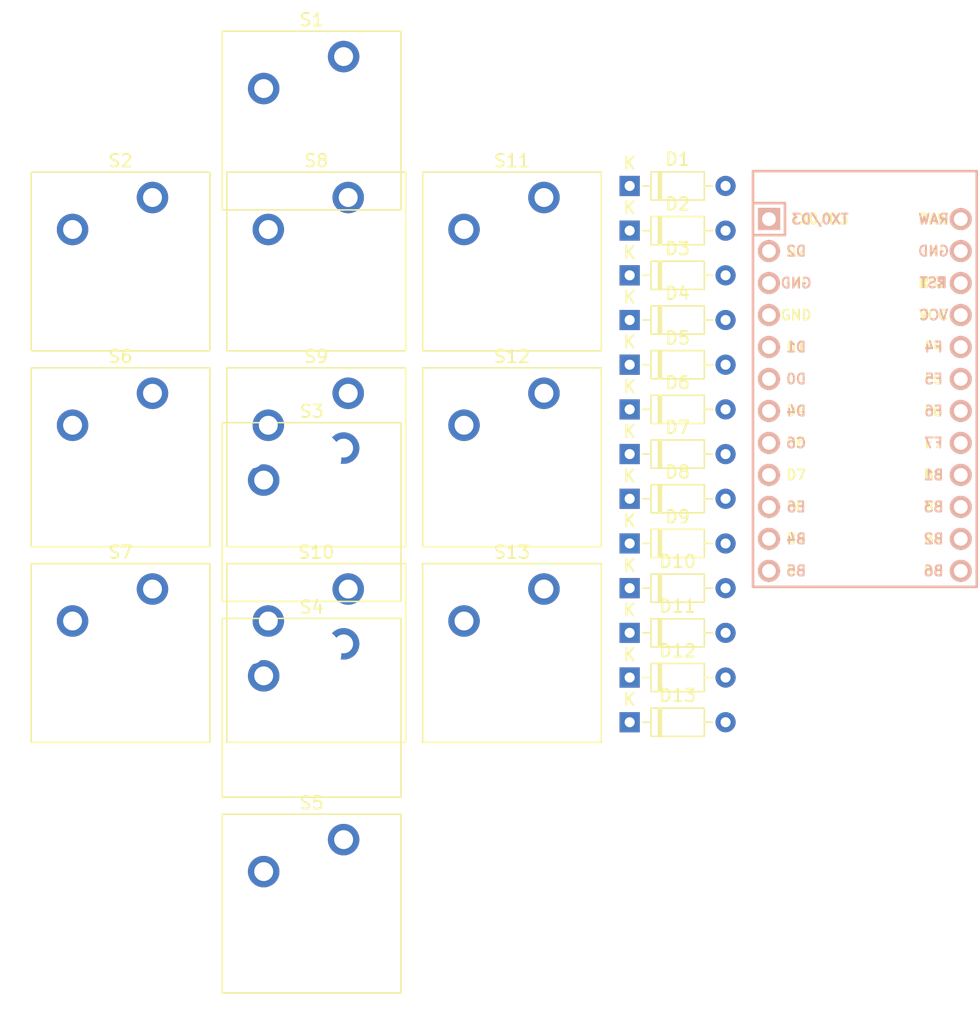
<source format=kicad_pcb>
(kicad_pcb (version 20240108) (generator "pcbnew") (generator_version "8.0")
  (layers (0 "F.Cu" signal) (31 "B.Cu" signal) (34 "B.Paste" user) (35 "F.Paste" user) (36 "B.SilkS" user "B.Silkscreen") (37 "F.SilkS" user "F.Silkscreen") (38 "B.Mask" user) (39 "F.Mask" user) (44 "Edge.Cuts" user))
  (net 0 "")
  (net 1 "Row 0")
  (net 2 "Net-(D1-A)")
  (net 3 "Row 1")
  (net 4 "Net-(D2-A)")
  (net 5 "Net-(D3-A)")
  (net 6 "Net-(D4-A)")
  (net 7 "Net-(D5-A)")
  (net 8 "Row 2")
  (net 9 "Net-(D6-A)")
  (net 10 "Net-(D7-A)")
  (net 11 "Net-(D8-A)")
  (net 12 "Net-(D9-A)")
  (net 13 "Net-(D10-A)")
  (net 14 "Row 3")
  (net 15 "Net-(D11-A)")
  (net 16 "Net-(D12-A)")
  (net 17 "Net-(D13-A)")
  (net 18 "Column 0")
  (net 19 "Column 1")
  (net 20 "Column 2")
  (net 21 "Column 3")
  (footprint "ScottoKeebs_MX:MX_PCB_1.00u" (layer "F.Cu") (at 46.345 56.475)
    (property "Reference" "S12" (at 0 -8 0) (layer "F.SilkS"))
    (property "Value" "Keyswitch")
    (fp_line (start -7.1 -7.1) (end -7.1 7.1) (stroke (width 0.12)) (layer "F.SilkS"))
    (fp_line (start -7.1 7.1) (end 7.1 7.1) (stroke (width 0.12)) (layer "F.SilkS"))
    (fp_line (start 7.1 -7.1) (end -7.1 -7.1) (stroke (width 0.12)) (layer "F.SilkS"))
    (fp_line (start 7.1 7.1) (end 7.1 -7.1) (stroke (width 0.12)) (layer "F.SilkS"))
    (pad "" np_thru_hole circle (at -5.08 0) (size 1.75 1.75) (drill 1.75) (layers "*.Cu" "*.Mask"))
    (pad "" np_thru_hole circle (at 0 0) (size 4 4) (drill 4) (layers "*.Cu" "*.Mask"))
    (pad "" np_thru_hole circle (at 5.08 0) (size 1.75 1.75) (drill 1.75) (layers "*.Cu" "*.Mask"))
    (pad "1" thru_hole circle (at -3.81 -2.54) (size 2.5 2.5) (drill 1.5) (layers "*.Cu" "*.Mask") (net 20 "Column 2"))
    (pad "2" thru_hole circle (at 2.54 -5.08) (size 2.5 2.5) (drill 1.5) (layers "*.Cu" "*.Mask") (net 16 "Net-(D12-A)"))
  )
  (footprint "ScottoKeebs_Components:Diode_DO-35" (layer "F.Cu") (at 55.695 49.125)
    (property "Reference" "D5" (at 3.81 -2.12 0) (layer "F.SilkS"))
    (property "Value" "Diode")
    (fp_line (start 1.04 0) (end 1.69 0) (stroke (width 0.12)) (layer "F.SilkS"))
    (fp_line (start 1.69 -1.12) (end 1.69 1.12) (stroke (width 0.12)) (layer "F.SilkS"))
    (fp_line (start 1.69 1.12) (end 5.93 1.12) (stroke (width 0.12)) (layer "F.SilkS"))
    (fp_line (start 2.29 -1.12) (end 2.29 1.12) (stroke (width 0.12)) (layer "F.SilkS"))
    (fp_line (start 2.41 -1.12) (end 2.41 1.12) (stroke (width 0.12)) (layer "F.SilkS"))
    (fp_line (start 2.53 -1.12) (end 2.53 1.12) (stroke (width 0.12)) (layer "F.SilkS"))
    (fp_line (start 5.93 -1.12) (end 1.69 -1.12) (stroke (width 0.12)) (layer "F.SilkS"))
    (fp_line (start 5.93 1.12) (end 5.93 -1.12) (stroke (width 0.12)) (layer "F.SilkS"))
    (fp_line (start 6.58 0) (end 5.93 0) (stroke (width 0.12)) (layer "F.SilkS"))
    (fp_text user "K" (at 0 -1.8 0) (layer "F.SilkS"))
    (pad "1" thru_hole rect (at 0 0) (size 1.6 1.6) (drill 0.8) (layers "*.Cu" "*.Mask") (net 3 "Row 1"))
    (pad "2" thru_hole oval (at 7.62 0) (size 1.6 1.6) (drill 0.8) (layers "*.Cu" "*.Mask") (net 7 "Net-(D5-A)"))
  )
  (footprint "ScottoKeebs_Components:Diode_DO-35" (layer "F.Cu") (at 55.695 45.575)
    (property "Reference" "D4" (at 3.81 -2.12 0) (layer "F.SilkS"))
    (property "Value" "Diode")
    (fp_line (start 1.04 0) (end 1.69 0) (stroke (width 0.12)) (layer "F.SilkS"))
    (fp_line (start 1.69 -1.12) (end 1.69 1.12) (stroke (width 0.12)) (layer "F.SilkS"))
    (fp_line (start 1.69 1.12) (end 5.93 1.12) (stroke (width 0.12)) (layer "F.SilkS"))
    (fp_line (start 2.29 -1.12) (end 2.29 1.12) (stroke (width 0.12)) (layer "F.SilkS"))
    (fp_line (start 2.41 -1.12) (end 2.41 1.12) (stroke (width 0.12)) (layer "F.SilkS"))
    (fp_line (start 2.53 -1.12) (end 2.53 1.12) (stroke (width 0.12)) (layer "F.SilkS"))
    (fp_line (start 5.93 -1.12) (end 1.69 -1.12) (stroke (width 0.12)) (layer "F.SilkS"))
    (fp_line (start 5.93 1.12) (end 5.93 -1.12) (stroke (width 0.12)) (layer "F.SilkS"))
    (fp_line (start 6.58 0) (end 5.93 0) (stroke (width 0.12)) (layer "F.SilkS"))
    (fp_text user "K" (at 0 -1.8 0) (layer "F.SilkS"))
    (pad "1" thru_hole rect (at 0 0) (size 1.6 1.6) (drill 0.8) (layers "*.Cu" "*.Mask") (net 3 "Row 1"))
    (pad "2" thru_hole oval (at 7.62 0) (size 1.6 1.6) (drill 0.8) (layers "*.Cu" "*.Mask") (net 6 "Net-(D4-A)"))
  )
  (footprint "ScottoKeebs_MX:MX_PCB_1.00u" (layer "F.Cu") (at 46.345 72.025)
    (property "Reference" "S13" (at 0 -8 0) (layer "F.SilkS"))
    (property "Value" "Keyswitch")
    (fp_line (start -7.1 -7.1) (end -7.1 7.1) (stroke (width 0.12)) (layer "F.SilkS"))
    (fp_line (start -7.1 7.1) (end 7.1 7.1) (stroke (width 0.12)) (layer "F.SilkS"))
    (fp_line (start 7.1 -7.1) (end -7.1 -7.1) (stroke (width 0.12)) (layer "F.SilkS"))
    (fp_line (start 7.1 7.1) (end 7.1 -7.1) (stroke (width 0.12)) (layer "F.SilkS"))
    (pad "" np_thru_hole circle (at -5.08 0) (size 1.75 1.75) (drill 1.75) (layers "*.Cu" "*.Mask"))
    (pad "" np_thru_hole circle (at 0 0) (size 4 4) (drill 4) (layers "*.Cu" "*.Mask"))
    (pad "" np_thru_hole circle (at 5.08 0) (size 1.75 1.75) (drill 1.75) (layers "*.Cu" "*.Mask"))
    (pad "1" thru_hole circle (at -3.81 -2.54) (size 2.5 2.5) (drill 1.5) (layers "*.Cu" "*.Mask") (net 21 "Column 3"))
    (pad "2" thru_hole circle (at 2.54 -5.08) (size 2.5 2.5) (drill 1.5) (layers "*.Cu" "*.Mask") (net 17 "Net-(D13-A)"))
  )
  (footprint "ScottoKeebs_Components:Diode_DO-35" (layer "F.Cu") (at 55.695 66.875)
    (property "Reference" "D10" (at 3.81 -2.12 0) (layer "F.SilkS"))
    (property "Value" "Diode")
    (fp_line (start 1.04 0) (end 1.69 0) (stroke (width 0.12)) (layer "F.SilkS"))
    (fp_line (start 1.69 -1.12) (end 1.69 1.12) (stroke (width 0.12)) (layer "F.SilkS"))
    (fp_line (start 1.69 1.12) (end 5.93 1.12) (stroke (width 0.12)) (layer "F.SilkS"))
    (fp_line (start 2.29 -1.12) (end 2.29 1.12) (stroke (width 0.12)) (layer "F.SilkS"))
    (fp_line (start 2.41 -1.12) (end 2.41 1.12) (stroke (width 0.12)) (layer "F.SilkS"))
    (fp_line (start 2.53 -1.12) (end 2.53 1.12) (stroke (width 0.12)) (layer "F.SilkS"))
    (fp_line (start 5.93 -1.12) (end 1.69 -1.12) (stroke (width 0.12)) (layer "F.SilkS"))
    (fp_line (start 5.93 1.12) (end 5.93 -1.12) (stroke (width 0.12)) (layer "F.SilkS"))
    (fp_line (start 6.58 0) (end 5.93 0) (stroke (width 0.12)) (layer "F.SilkS"))
    (fp_text user "K" (at 0 -1.8 0) (layer "F.SilkS"))
    (pad "1" thru_hole rect (at 0 0) (size 1.6 1.6) (drill 0.8) (layers "*.Cu" "*.Mask") (net 14 "Row 3"))
    (pad "2" thru_hole oval (at 7.62 0) (size 1.6 1.6) (drill 0.8) (layers "*.Cu" "*.Mask") (net 13 "Net-(D10-A)"))
  )
  (footprint "ScottoKeebs_MX:MX_PCB_1.00u" (layer "F.Cu") (at 15.245 56.475)
    (property "Reference" "S6" (at 0 -8 0) (layer "F.SilkS"))
    (property "Value" "Keyswitch")
    (fp_line (start -7.1 -7.1) (end -7.1 7.1) (stroke (width 0.12)) (layer "F.SilkS"))
    (fp_line (start -7.1 7.1) (end 7.1 7.1) (stroke (width 0.12)) (layer "F.SilkS"))
    (fp_line (start 7.1 -7.1) (end -7.1 -7.1) (stroke (width 0.12)) (layer "F.SilkS"))
    (fp_line (start 7.1 7.1) (end 7.1 -7.1) (stroke (width 0.12)) (layer "F.SilkS"))
    (pad "" np_thru_hole circle (at -5.08 0) (size 1.75 1.75) (drill 1.75) (layers "*.Cu" "*.Mask"))
    (pad "" np_thru_hole circle (at 0 0) (size 4 4) (drill 4) (layers "*.Cu" "*.Mask"))
    (pad "" np_thru_hole circle (at 5.08 0) (size 1.75 1.75) (drill 1.75) (layers "*.Cu" "*.Mask"))
    (pad "1" thru_hole circle (at -3.81 -2.54) (size 2.5 2.5) (drill 1.5) (layers "*.Cu" "*.Mask") (net 18 "Column 0"))
    (pad "2" thru_hole circle (at 2.54 -5.08) (size 2.5 2.5) (drill 1.5) (layers "*.Cu" "*.Mask") (net 9 "Net-(D6-A)"))
  )
  (footprint "ScottoKeebs_Components:Diode_DO-35" (layer "F.Cu") (at 55.695 70.425)
    (property "Reference" "D11" (at 3.81 -2.12 0) (layer "F.SilkS"))
    (property "Value" "Diode")
    (fp_line (start 1.04 0) (end 1.69 0) (stroke (width 0.12)) (layer "F.SilkS"))
    (fp_line (start 1.69 -1.12) (end 1.69 1.12) (stroke (width 0.12)) (layer "F.SilkS"))
    (fp_line (start 1.69 1.12) (end 5.93 1.12) (stroke (width 0.12)) (layer "F.SilkS"))
    (fp_line (start 2.29 -1.12) (end 2.29 1.12) (stroke (width 0.12)) (layer "F.SilkS"))
    (fp_line (start 2.41 -1.12) (end 2.41 1.12) (stroke (width 0.12)) (layer "F.SilkS"))
    (fp_line (start 2.53 -1.12) (end 2.53 1.12) (stroke (width 0.12)) (layer "F.SilkS"))
    (fp_line (start 5.93 -1.12) (end 1.69 -1.12) (stroke (width 0.12)) (layer "F.SilkS"))
    (fp_line (start 5.93 1.12) (end 5.93 -1.12) (stroke (width 0.12)) (layer "F.SilkS"))
    (fp_line (start 6.58 0) (end 5.93 0) (stroke (width 0.12)) (layer "F.SilkS"))
    (fp_text user "K" (at 0 -1.8 0) (layer "F.SilkS"))
    (pad "1" thru_hole rect (at 0 0) (size 1.6 1.6) (drill 0.8) (layers "*.Cu" "*.Mask") (net 14 "Row 3"))
    (pad "2" thru_hole oval (at 7.62 0) (size 1.6 1.6) (drill 0.8) (layers "*.Cu" "*.Mask") (net 15 "Net-(D11-A)"))
  )
  (footprint "ScottoKeebs_MX:MX_PCB_1.00u" (layer "F.Cu") (at 30.43 91.93)
    (property "Reference" "S5" (at 0 -8 0) (layer "F.SilkS"))
    (property "Value" "Keyswitch")
    (fp_line (start -7.1 -7.1) (end -7.1 7.1) (stroke (width 0.12)) (layer "F.SilkS"))
    (fp_line (start -7.1 7.1) (end 7.1 7.1) (stroke (width 0.12)) (layer "F.SilkS"))
    (fp_line (start 7.1 -7.1) (end -7.1 -7.1) (stroke (width 0.12)) (layer "F.SilkS"))
    (fp_line (start 7.1 7.1) (end 7.1 -7.1) (stroke (width 0.12)) (layer "F.SilkS"))
    (pad "" np_thru_hole circle (at -5.08 0) (size 1.75 1.75) (drill 1.75) (layers "*.Cu" "*.Mask"))
    (pad "" np_thru_hole circle (at 0 0) (size 4 4) (drill 4) (layers "*.Cu" "*.Mask"))
    (pad "" np_thru_hole circle (at 5.08 0) (size 1.75 1.75) (drill 1.75) (layers "*.Cu" "*.Mask"))
    (pad "1" thru_hole circle (at -3.81 -2.54) (size 2.5 2.5) (drill 1.5) (layers "*.Cu" "*.Mask") (net 21 "Column 3"))
    (pad "2" thru_hole circle (at 2.54 -5.08) (size 2.5 2.5) (drill 1.5) (layers "*.Cu" "*.Mask") (net 7 "Net-(D5-A)"))
  )
  (footprint "ScottoKeebs_Components:Diode_DO-35" (layer "F.Cu") (at 55.695 63.325)
    (property "Reference" "D9" (at 3.81 -2.12 0) (layer "F.SilkS"))
    (property "Value" "Diode")
    (fp_line (start 1.04 0) (end 1.69 0) (stroke (width 0.12)) (layer "F.SilkS"))
    (fp_line (start 1.69 -1.12) (end 1.69 1.12) (stroke (width 0.12)) (layer "F.SilkS"))
    (fp_line (start 1.69 1.12) (end 5.93 1.12) (stroke (width 0.12)) (layer "F.SilkS"))
    (fp_line (start 2.29 -1.12) (end 2.29 1.12) (stroke (width 0.12)) (layer "F.SilkS"))
    (fp_line (start 2.41 -1.12) (end 2.41 1.12) (stroke (width 0.12)) (layer "F.SilkS"))
    (fp_line (start 2.53 -1.12) (end 2.53 1.12) (stroke (width 0.12)) (layer "F.SilkS"))
    (fp_line (start 5.93 -1.12) (end 1.69 -1.12) (stroke (width 0.12)) (layer "F.SilkS"))
    (fp_line (start 5.93 1.12) (end 5.93 -1.12) (stroke (width 0.12)) (layer "F.SilkS"))
    (fp_line (start 6.58 0) (end 5.93 0) (stroke (width 0.12)) (layer "F.SilkS"))
    (fp_text user "K" (at 0 -1.8 0) (layer "F.SilkS"))
    (pad "1" thru_hole rect (at 0 0) (size 1.6 1.6) (drill 0.8) (layers "*.Cu" "*.Mask") (net 8 "Row 2"))
    (pad "2" thru_hole oval (at 7.62 0) (size 1.6 1.6) (drill 0.8) (layers "*.Cu" "*.Mask") (net 12 "Net-(D9-A)"))
  )
  (footprint "ScottoKeebs_Components:Diode_DO-35" (layer "F.Cu") (at 55.695 34.925)
    (property "Reference" "D1" (at 3.81 -2.12 0) (layer "F.SilkS"))
    (property "Value" "Diode")
    (fp_line (start 1.04 0) (end 1.69 0) (stroke (width 0.12)) (layer "F.SilkS"))
    (fp_line (start 1.69 -1.12) (end 1.69 1.12) (stroke (width 0.12)) (layer "F.SilkS"))
    (fp_line (start 1.69 1.12) (end 5.93 1.12) (stroke (width 0.12)) (layer "F.SilkS"))
    (fp_line (start 2.29 -1.12) (end 2.29 1.12) (stroke (width 0.12)) (layer "F.SilkS"))
    (fp_line (start 2.41 -1.12) (end 2.41 1.12) (stroke (width 0.12)) (layer "F.SilkS"))
    (fp_line (start 2.53 -1.12) (end 2.53 1.12) (stroke (width 0.12)) (layer "F.SilkS"))
    (fp_line (start 5.93 -1.12) (end 1.69 -1.12) (stroke (width 0.12)) (layer "F.SilkS"))
    (fp_line (start 5.93 1.12) (end 5.93 -1.12) (stroke (width 0.12)) (layer "F.SilkS"))
    (fp_line (start 6.58 0) (end 5.93 0) (stroke (width 0.12)) (layer "F.SilkS"))
    (fp_text user "K" (at 0 -1.8 0) (layer "F.SilkS"))
    (pad "1" thru_hole rect (at 0 0) (size 1.6 1.6) (drill 0.8) (layers "*.Cu" "*.Mask") (net 1 "Row 0"))
    (pad "2" thru_hole oval (at 7.62 0) (size 1.6 1.6) (drill 0.8) (layers "*.Cu" "*.Mask") (net 2 "Net-(D1-A)"))
  )
  (footprint "ScottoKeebs_MX:MX_PCB_1.00u" (layer "F.Cu") (at 30.795 56.475)
    (property "Reference" "S9" (at 0 -8 0) (layer "F.SilkS"))
    (property "Value" "Keyswitch")
    (fp_line (start -7.1 -7.1) (end -7.1 7.1) (stroke (width 0.12)) (layer "F.SilkS"))
    (fp_line (start -7.1 7.1) (end 7.1 7.1) (stroke (width 0.12)) (layer "F.SilkS"))
    (fp_line (start 7.1 -7.1) (end -7.1 -7.1) (stroke (width 0.12)) (layer "F.SilkS"))
    (fp_line (start 7.1 7.1) (end 7.1 -7.1) (stroke (width 0.12)) (layer "F.SilkS"))
    (pad "" np_thru_hole circle (at -5.08 0) (size 1.75 1.75) (drill 1.75) (layers "*.Cu" "*.Mask"))
    (pad "" np_thru_hole circle (at 0 0) (size 4 4) (drill 4) (layers "*.Cu" "*.Mask"))
    (pad "" np_thru_hole circle (at 5.08 0) (size 1.75 1.75) (drill 1.75) (layers "*.Cu" "*.Mask"))
    (pad "1" thru_hole circle (at -3.81 -2.54) (size 2.5 2.5) (drill 1.5) (layers "*.Cu" "*.Mask") (net 21 "Column 3"))
    (pad "2" thru_hole circle (at 2.54 -5.08) (size 2.5 2.5) (drill 1.5) (layers "*.Cu" "*.Mask") (net 12 "Net-(D9-A)"))
  )
  (footprint "ScottoKeebs_Components:Diode_DO-35" (layer "F.Cu") (at 55.695 38.475)
    (property "Reference" "D2" (at 3.81 -2.12 0) (layer "F.SilkS"))
    (property "Value" "Diode")
    (fp_line (start 1.04 0) (end 1.69 0) (stroke (width 0.12)) (layer "F.SilkS"))
    (fp_line (start 1.69 -1.12) (end 1.69 1.12) (stroke (width 0.12)) (layer "F.SilkS"))
    (fp_line (start 1.69 1.12) (end 5.93 1.12) (stroke (width 0.12)) (layer "F.SilkS"))
    (fp_line (start 2.29 -1.12) (end 2.29 1.12) (stroke (width 0.12)) (layer "F.SilkS"))
    (fp_line (start 2.41 -1.12) (end 2.41 1.12) (stroke (width 0.12)) (layer "F.SilkS"))
    (fp_line (start 2.53 -1.12) (end 2.53 1.12) (stroke (width 0.12)) (layer "F.SilkS"))
    (fp_line (start 5.93 -1.12) (end 1.69 -1.12) (stroke (width 0.12)) (layer "F.SilkS"))
    (fp_line (start 5.93 1.12) (end 5.93 -1.12) (stroke (width 0.12)) (layer "F.SilkS"))
    (fp_line (start 6.58 0) (end 5.93 0) (stroke (width 0.12)) (layer "F.SilkS"))
    (fp_text user "K" (at 0 -1.8 0) (layer "F.SilkS"))
    (pad "1" thru_hole rect (at 0 0) (size 1.6 1.6) (drill 0.8) (layers "*.Cu" "*.Mask") (net 3 "Row 1"))
    (pad "2" thru_hole oval (at 7.62 0) (size 1.6 1.6) (drill 0.8) (layers "*.Cu" "*.Mask") (net 4 "Net-(D2-A)"))
  )
  (footprint "ScottoKeebs_Components:Diode_DO-35" (layer "F.Cu") (at 55.695 42.025)
    (property "Reference" "D3" (at 3.81 -2.12 0) (layer "F.SilkS"))
    (property "Value" "Diode")
    (fp_line (start 1.04 0) (end 1.69 0) (stroke (width 0.12)) (layer "F.SilkS"))
    (fp_line (start 1.69 -1.12) (end 1.69 1.12) (stroke (width 0.12)) (layer "F.SilkS"))
    (fp_line (start 1.69 1.12) (end 5.93 1.12) (stroke (width 0.12)) (layer "F.SilkS"))
    (fp_line (start 2.29 -1.12) (end 2.29 1.12) (stroke (width 0.12)) (layer "F.SilkS"))
    (fp_line (start 2.41 -1.12) (end 2.41 1.12) (stroke (width 0.12)) (layer "F.SilkS"))
    (fp_line (start 2.53 -1.12) (end 2.53 1.12) (stroke (width 0.12)) (layer "F.SilkS"))
    (fp_line (start 5.93 -1.12) (end 1.69 -1.12) (stroke (width 0.12)) (layer "F.SilkS"))
    (fp_line (start 5.93 1.12) (end 5.93 -1.12) (stroke (width 0.12)) (layer "F.SilkS"))
    (fp_line (start 6.58 0) (end 5.93 0) (stroke (width 0.12)) (layer "F.SilkS"))
    (fp_text user "K" (at 0 -1.8 0) (layer "F.SilkS"))
    (pad "1" thru_hole rect (at 0 0) (size 1.6 1.6) (drill 0.8) (layers "*.Cu" "*.Mask") (net 3 "Row 1"))
    (pad "2" thru_hole oval (at 7.62 0) (size 1.6 1.6) (drill 0.8) (layers "*.Cu" "*.Mask") (net 5 "Net-(D3-A)"))
  )
  (footprint "ScottoKeebs_MX:MX_PCB_1.00u" (layer "F.Cu") (at 30.795 40.925)
    (property "Reference" "S8" (at 0 -8 0) (layer "F.SilkS"))
    (property "Value" "Keyswitch")
    (fp_line (start -7.1 -7.1) (end -7.1 7.1) (stroke (width 0.12)) (layer "F.SilkS"))
    (fp_line (start -7.1 7.1) (end 7.1 7.1) (stroke (width 0.12)) (layer "F.SilkS"))
    (fp_line (start 7.1 -7.1) (end -7.1 -7.1) (stroke (width 0.12)) (layer "F.SilkS"))
    (fp_line (start 7.1 7.1) (end 7.1 -7.1) (stroke (width 0.12)) (layer "F.SilkS"))
    (pad "" np_thru_hole circle (at -5.08 0) (size 1.75 1.75) (drill 1.75) (layers "*.Cu" "*.Mask"))
    (pad "" np_thru_hole circle (at 0 0) (size 4 4) (drill 4) (layers "*.Cu" "*.Mask"))
    (pad "" np_thru_hole circle (at 5.08 0) (size 1.75 1.75) (drill 1.75) (layers "*.Cu" "*.Mask"))
    (pad "1" thru_hole circle (at -3.81 -2.54) (size 2.5 2.5) (drill 1.5) (layers "*.Cu" "*.Mask") (net 20 "Column 2"))
    (pad "2" thru_hole circle (at 2.54 -5.08) (size 2.5 2.5) (drill 1.5) (layers "*.Cu" "*.Mask") (net 11 "Net-(D8-A)"))
  )
  (footprint "ScottoKeebs_MX:MX_PCB_1.00u" (layer "F.Cu") (at 30.43 60.83)
    (property "Reference" "S3" (at 0 -8 0) (layer "F.SilkS"))
    (property "Value" "Keyswitch")
    (fp_line (start -7.1 -7.1) (end -7.1 7.1) (stroke (width 0.12)) (layer "F.SilkS"))
    (fp_line (start -7.1 7.1) (end 7.1 7.1) (stroke (width 0.12)) (layer "F.SilkS"))
    (fp_line (start 7.1 -7.1) (end -7.1 -7.1) (stroke (width 0.12)) (layer "F.SilkS"))
    (fp_line (start 7.1 7.1) (end 7.1 -7.1) (stroke (width 0.12)) (layer "F.SilkS"))
    (pad "" np_thru_hole circle (at -5.08 0) (size 1.75 1.75) (drill 1.75) (layers "*.Cu" "*.Mask"))
    (pad "" np_thru_hole circle (at 0 0) (size 4 4) (drill 4) (layers "*.Cu" "*.Mask"))
    (pad "" np_thru_hole circle (at 5.08 0) (size 1.75 1.75) (drill 1.75) (layers "*.Cu" "*.Mask"))
    (pad "1" thru_hole circle (at -3.81 -2.54) (size 2.5 2.5) (drill 1.5) (layers "*.Cu" "*.Mask") (net 19 "Column 1"))
    (pad "2" thru_hole circle (at 2.54 -5.08) (size 2.5 2.5) (drill 1.5) (layers "*.Cu" "*.Mask") (net 5 "Net-(D3-A)"))
  )
  (footprint "ScottoKeebs_Components:Diode_DO-35" (layer "F.Cu") (at 55.695 56.225)
    (property "Reference" "D7" (at 3.81 -2.12 0) (layer "F.SilkS"))
    (property "Value" "Diode")
    (fp_line (start 1.04 0) (end 1.69 0) (stroke (width 0.12)) (layer "F.SilkS"))
    (fp_line (start 1.69 -1.12) (end 1.69 1.12) (stroke (width 0.12)) (layer "F.SilkS"))
    (fp_line (start 1.69 1.12) (end 5.93 1.12) (stroke (width 0.12)) (layer "F.SilkS"))
    (fp_line (start 2.29 -1.12) (end 2.29 1.12) (stroke (width 0.12)) (layer "F.SilkS"))
    (fp_line (start 2.41 -1.12) (end 2.41 1.12) (stroke (width 0.12)) (layer "F.SilkS"))
    (fp_line (start 2.53 -1.12) (end 2.53 1.12) (stroke (width 0.12)) (layer "F.SilkS"))
    (fp_line (start 5.93 -1.12) (end 1.69 -1.12) (stroke (width 0.12)) (layer "F.SilkS"))
    (fp_line (start 5.93 1.12) (end 5.93 -1.12) (stroke (width 0.12)) (layer "F.SilkS"))
    (fp_line (start 6.58 0) (end 5.93 0) (stroke (width 0.12)) (layer "F.SilkS"))
    (fp_text user "K" (at 0 -1.8 0) (layer "F.SilkS"))
    (pad "1" thru_hole rect (at 0 0) (size 1.6 1.6) (drill 0.8) (layers "*.Cu" "*.Mask") (net 8 "Row 2"))
    (pad "2" thru_hole oval (at 7.62 0) (size 1.6 1.6) (drill 0.8) (layers "*.Cu" "*.Mask") (net 10 "Net-(D7-A)"))
  )
  (footprint "ScottoKeebs_MX:MX_PCB_1.00u" (layer "F.Cu") (at 15.245 72.025)
    (property "Reference" "S7" (at 0 -8 0) (layer "F.SilkS"))
    (property "Value" "Keyswitch")
    (fp_line (start -7.1 -7.1) (end -7.1 7.1) (stroke (width 0.12)) (layer "F.SilkS"))
    (fp_line (start -7.1 7.1) (end 7.1 7.1) (stroke (width 0.12)) (layer "F.SilkS"))
    (fp_line (start 7.1 -7.1) (end -7.1 -7.1) (stroke (width 0.12)) (layer "F.SilkS"))
    (fp_line (start 7.1 7.1) (end 7.1 -7.1) (stroke (width 0.12)) (layer "F.SilkS"))
    (pad "" np_thru_hole circle (at -5.08 0) (size 1.75 1.75) (drill 1.75) (layers "*.Cu" "*.Mask"))
    (pad "" np_thru_hole circle (at 0 0) (size 4 4) (drill 4) (layers "*.Cu" "*.Mask"))
    (pad "" np_thru_hole circle (at 5.08 0) (size 1.75 1.75) (drill 1.75) (layers "*.Cu" "*.Mask"))
    (pad "1" thru_hole circle (at -3.81 -2.54) (size 2.5 2.5) (drill 1.5) (layers "*.Cu" "*.Mask") (net 19 "Column 1"))
    (pad "2" thru_hole circle (at 2.54 -5.08) (size 2.5 2.5) (drill 1.5) (layers "*.Cu" "*.Mask") (net 10 "Net-(D7-A)"))
  )
  (footprint "ScottoKeebs_MX:MX_PCB_1.00u" (layer "F.Cu") (at 46.345 40.925)
    (property "Reference" "S11" (at 0 -8 0) (layer "F.SilkS"))
    (property "Value" "Keyswitch")
    (fp_line (start -7.1 -7.1) (end -7.1 7.1) (stroke (width 0.12)) (layer "F.SilkS"))
    (fp_line (start -7.1 7.1) (end 7.1 7.1) (stroke (width 0.12)) (layer "F.SilkS"))
    (fp_line (start 7.1 -7.1) (end -7.1 -7.1) (stroke (width 0.12)) (layer "F.SilkS"))
    (fp_line (start 7.1 7.1) (end 7.1 -7.1) (stroke (width 0.12)) (layer "F.SilkS"))
    (pad "" np_thru_hole circle (at -5.08 0) (size 1.75 1.75) (drill 1.75) (layers "*.Cu" "*.Mask"))
    (pad "" np_thru_hole circle (at 0 0) (size 4 4) (drill 4) (layers "*.Cu" "*.Mask"))
    (pad "" np_thru_hole circle (at 5.08 0) (size 1.75 1.75) (drill 1.75) (layers "*.Cu" "*.Mask"))
    (pad "1" thru_hole circle (at -3.81 -2.54) (size 2.5 2.5) (drill 1.5) (layers "*.Cu" "*.Mask") (net 19 "Column 1"))
    (pad "2" thru_hole circle (at 2.54 -5.08) (size 2.5 2.5) (drill 1.5) (layers "*.Cu" "*.Mask") (net 15 "Net-(D11-A)"))
  )
  (footprint "ScottoKeebs_MX:MX_PCB_1.00u" (layer "F.Cu") (at 30.43 29.73)
    (property "Reference" "S1" (at 0 -8 0) (layer "F.SilkS"))
    (property "Value" "Keyswitch")
    (fp_line (start -7.1 -7.1) (end -7.1 7.1) (stroke (width 0.12)) (layer "F.SilkS"))
    (fp_line (start -7.1 7.1) (end 7.1 7.1) (stroke (width 0.12)) (layer "F.SilkS"))
    (fp_line (start 7.1 -7.1) (end -7.1 -7.1) (stroke (width 0.12)) (layer "F.SilkS"))
    (fp_line (start 7.1 7.1) (end 7.1 -7.1) (stroke (width 0.12)) (layer "F.SilkS"))
    (pad "" np_thru_hole circle (at -5.08 0) (size 1.75 1.75) (drill 1.75) (layers "*.Cu" "*.Mask"))
    (pad "" np_thru_hole circle (at 0 0) (size 4 4) (drill 4) (layers "*.Cu" "*.Mask"))
    (pad "" np_thru_hole circle (at 5.08 0) (size 1.75 1.75) (drill 1.75) (layers "*.Cu" "*.Mask"))
    (pad "1" thru_hole circle (at -3.81 -2.54) (size 2.5 2.5) (drill 1.5) (layers "*.Cu" "*.Mask") (net 18 "Column 0"))
    (pad "2" thru_hole circle (at 2.54 -5.08) (size 2.5 2.5) (drill 1.5) (layers "*.Cu" "*.Mask") (net 2 "Net-(D1-A)"))
  )
  (footprint "ScottoKeebs_Components:Diode_DO-35" (layer "F.Cu") (at 55.695 59.775)
    (property "Reference" "D8" (at 3.81 -2.12 0) (layer "F.SilkS"))
    (property "Value" "Diode")
    (fp_line (start 1.04 0) (end 1.69 0) (stroke (width 0.12)) (layer "F.SilkS"))
    (fp_line (start 1.69 -1.12) (end 1.69 1.12) (stroke (width 0.12)) (layer "F.SilkS"))
    (fp_line (start 1.69 1.12) (end 5.93 1.12) (stroke (width 0.12)) (layer "F.SilkS"))
    (fp_line (start 2.29 -1.12) (end 2.29 1.12) (stroke (width 0.12)) (layer "F.SilkS"))
    (fp_line (start 2.41 -1.12) (end 2.41 1.12) (stroke (width 0.12)) (layer "F.SilkS"))
    (fp_line (start 2.53 -1.12) (end 2.53 1.12) (stroke (width 0.12)) (layer "F.SilkS"))
    (fp_line (start 5.93 -1.12) (end 1.69 -1.12) (stroke (width 0.12)) (layer "F.SilkS"))
    (fp_line (start 5.93 1.12) (end 5.93 -1.12) (stroke (width 0.12)) (layer "F.SilkS"))
    (fp_line (start 6.58 0) (end 5.93 0) (stroke (width 0.12)) (layer "F.SilkS"))
    (fp_text user "K" (at 0 -1.8 0) (layer "F.SilkS"))
    (pad "1" thru_hole rect (at 0 0) (size 1.6 1.6) (drill 0.8) (layers "*.Cu" "*.Mask") (net 8 "Row 2"))
    (pad "2" thru_hole oval (at 7.62 0) (size 1.6 1.6) (drill 0.8) (layers "*.Cu" "*.Mask") (net 11 "Net-(D8-A)"))
  )
  (footprint "ScottoKeebs_MX:MX_PCB_1.00u" (layer "F.Cu") (at 30.43 76.38)
    (property "Reference" "S4" (at 0 -8 0) (layer "F.SilkS"))
    (property "Value" "Keyswitch")
    (fp_line (start -7.1 -7.1) (end -7.1 7.1) (stroke (width 0.12)) (layer "F.SilkS"))
    (fp_line (start -7.1 7.1) (end 7.1 7.1) (stroke (width 0.12)) (layer "F.SilkS"))
    (fp_line (start 7.1 -7.1) (end -7.1 -7.1) (stroke (width 0.12)) (layer "F.SilkS"))
    (fp_line (start 7.1 7.1) (end 7.1 -7.1) (stroke (width 0.12)) (layer "F.SilkS"))
    (pad "" np_thru_hole circle (at -5.08 0) (size 1.75 1.75) (drill 1.75) (layers "*.Cu" "*.Mask"))
    (pad "" np_thru_hole circle (at 0 0) (size 4 4) (drill 4) (layers "*.Cu" "*.Mask"))
    (pad "" np_thru_hole circle (at 5.08 0) (size 1.75 1.75) (drill 1.75) (layers "*.Cu" "*.Mask"))
    (pad "1" thru_hole circle (at -3.81 -2.54) (size 2.5 2.5) (drill 1.5) (layers "*.Cu" "*.Mask") (net 20 "Column 2"))
    (pad "2" thru_hole circle (at 2.54 -5.08) (size 2.5 2.5) (drill 1.5) (layers "*.Cu" "*.Mask") (net 6 "Net-(D4-A)"))
  )
  (footprint "ScottoKeebs_Components:Diode_DO-35" (layer "F.Cu") (at 55.695 52.675)
    (property "Reference" "D6" (at 3.81 -2.12 0) (layer "F.SilkS"))
    (property "Value" "Diode")
    (fp_line (start 1.04 0) (end 1.69 0) (stroke (width 0.12)) (layer "F.SilkS"))
    (fp_line (start 1.69 -1.12) (end 1.69 1.12) (stroke (width 0.12)) (layer "F.SilkS"))
    (fp_line (start 1.69 1.12) (end 5.93 1.12) (stroke (width 0.12)) (layer "F.SilkS"))
    (fp_line (start 2.29 -1.12) (end 2.29 1.12) (stroke (width 0.12)) (layer "F.SilkS"))
    (fp_line (start 2.41 -1.12) (end 2.41 1.12) (stroke (width 0.12)) (layer "F.SilkS"))
    (fp_line (start 2.53 -1.12) (end 2.53 1.12) (stroke (width 0.12)) (layer "F.SilkS"))
    (fp_line (start 5.93 -1.12) (end 1.69 -1.12) (stroke (width 0.12)) (layer "F.SilkS"))
    (fp_line (start 5.93 1.12) (end 5.93 -1.12) (stroke (width 0.12)) (layer "F.SilkS"))
    (fp_line (start 6.58 0) (end 5.93 0) (stroke (width 0.12)) (layer "F.SilkS"))
    (fp_text user "K" (at 0 -1.8 0) (layer "F.SilkS"))
    (pad "1" thru_hole rect (at 0 0) (size 1.6 1.6) (drill 0.8) (layers "*.Cu" "*.Mask") (net 8 "Row 2"))
    (pad "2" thru_hole oval (at 7.62 0) (size 1.6 1.6) (drill 0.8) (layers "*.Cu" "*.Mask") (net 9 "Net-(D6-A)"))
  )
  (footprint "ScottoKeebs_MX:MX_PCB_1.00u" (layer "F.Cu") (at 15.245 40.925)
    (property "Reference" "S2" (at 0 -8 0) (layer "F.SilkS"))
    (property "Value" "Keyswitch")
    (fp_line (start -7.1 -7.1) (end -7.1 7.1) (stroke (width 0.12)) (layer "F.SilkS"))
    (fp_line (start -7.1 7.1) (end 7.1 7.1) (stroke (width 0.12)) (layer "F.SilkS"))
    (fp_line (start 7.1 -7.1) (end -7.1 -7.1) (stroke (width 0.12)) (layer "F.SilkS"))
    (fp_line (start 7.1 7.1) (end 7.1 -7.1) (stroke (width 0.12)) (layer "F.SilkS"))
    (pad "" np_thru_hole circle (at -5.08 0) (size 1.75 1.75) (drill 1.75) (layers "*.Cu" "*.Mask"))
    (pad "" np_thru_hole circle (at 0 0) (size 4 4) (drill 4) (layers "*.Cu" "*.Mask"))
    (pad "" np_thru_hole circle (at 5.08 0) (size 1.75 1.75) (drill 1.75) (layers "*.Cu" "*.Mask"))
    (pad "1" thru_hole circle (at -3.81 -2.54) (size 2.5 2.5) (drill 1.5) (layers "*.Cu" "*.Mask") (net 18 "Column 0"))
    (pad "2" thru_hole circle (at 2.54 -5.08) (size 2.5 2.5) (drill 1.5) (layers "*.Cu" "*.Mask") (net 4 "Net-(D2-A)"))
  )
  (footprint "ScottoKeebs_MCU:Arduino_Pro_Micro" (layer "F.Cu") (at 74.38 51.53)
    (property "Reference" "U1" (hide yes))
    (property "Value" "Arduino_Pro_Micro" (hide yes))
    (fp_line (start -8.89 -17.78) (end -8.89 15.24) (stroke (width 0.2)) (layer "B.SilkS"))
    (fp_line (start -8.89 15.24) (end 8.89 15.24) (stroke (width 0.2)) (layer "B.SilkS"))
    (fp_line (start -6.35 -15.24) (end -8.89 -15.24) (stroke (width 0.2)) (layer "B.SilkS"))
    (fp_line (start -6.35 -15.24) (end -6.35 -12.7) (stroke (width 0.2)) (layer "B.SilkS"))
    (fp_line (start -6.35 -12.7) (end -8.89 -12.7) (stroke (width 0.2)) (layer "B.SilkS"))
    (fp_line (start 8.89 -17.78) (end -8.89 -17.78) (stroke (width 0.2)) (layer "B.SilkS"))
    (fp_line (start 8.89 15.24) (end 8.89 -17.78) (stroke (width 0.2)) (layer "B.SilkS"))
    (fp_poly (pts (xy 5.844635 -9.35097) (xy 5.844635 -9.25097) (xy 6.344635 -9.25097) (xy 6.344635 -9.35097)) (stroke (width 0.15)) (fill solid) (layer "B.SilkS"))
    (fp_poly (pts (xy 5.844635 -9.35097) (xy 5.844635 -9.05097) (xy 5.944635 -9.05097) (xy 5.944635 -9.35097)) (stroke (width 0.15)) (fill solid) (layer "B.SilkS"))
    (fp_poly (pts (xy 5.844635 -8.75097) (xy 5.844635 -8.55097) (xy 5.944635 -8.55097) (xy 5.944635 -8.75097)) (stroke (width 0.15)) (fill solid) (layer "B.SilkS"))
    (fp_poly (pts (xy 6.044635 -8.95097) (xy 6.044635 -8.85097) (xy 6.144635 -8.85097) (xy 6.144635 -8.95097)) (stroke (width 0.15)) (fill solid) (layer "B.SilkS"))
    (fp_poly (pts (xy 6.244635 -9.35097) (xy 6.244635 -8.55097) (xy 6.344635 -8.55097) (xy 6.344635 -9.35097)) (stroke (width 0.15)) (fill solid) (layer "B.SilkS"))
    (fp_line (start -8.89 -17.78) (end -8.89 15.24) (stroke (width 0.2)) (layer "F.SilkS"))
    (fp_line (start -8.89 15.24) (end 8.89 15.24) (stroke (width 0.2)) (layer "F.SilkS"))
    (fp_line (start -6.35 -15.24) (end -8.89 -15.24) (stroke (width 0.2)) (layer "F.SilkS"))
    (fp_line (start -6.35 -15.24) (end -6.35 -12.7) (stroke (width 0.2)) (layer "F.SilkS"))
    (fp_line (start -6.35 -12.7) (end -8.89 -12.7) (stroke (width 0.2)) (layer "F.SilkS"))
    (fp_line (start 8.89 -17.78) (end -8.89 -17.78) (stroke (width 0.2)) (layer "F.SilkS"))
    (fp_line (start 8.89 15.24) (end 8.89 -17.78) (stroke (width 0.2)) (layer "F.SilkS"))
    (fp_poly (pts (xy 4.531568 -9.36064) (xy 4.531568 -8.56064) (xy 4.431568 -8.56064) (xy 4.431568 -9.36064)) (stroke (width 0.15)) (fill solid) (layer "F.SilkS"))
    (fp_poly (pts (xy 4.731568 -8.96064) (xy 4.731568 -8.86064) (xy 4.631568 -8.86064) (xy 4.631568 -8.96064)) (stroke (width 0.15)) (fill solid) (layer "F.SilkS"))
    (fp_poly (pts (xy 4.931568 -9.36064) (xy 4.931568 -9.26064) (xy 4.431568 -9.26064) (xy 4.431568 -9.36064)) (stroke (width 0.15)) (fill solid) (layer "F.SilkS"))
    (fp_poly (pts (xy 4.931568 -9.36064) (xy 4.931568 -9.06064) (xy 4.831568 -9.06064) (xy 4.831568 -9.36064)) (stroke (width 0.15)) (fill solid) (layer "F.SilkS"))
    (fp_poly (pts (xy 4.931568 -8.76064) (xy 4.931568 -8.56064) (xy 4.831568 -8.56064) (xy 4.831568 -8.76064)) (stroke (width 0.15)) (fill solid) (layer "F.SilkS"))
    (fp_text user "D4" (at -5.461 1.27 0) (layer "B.SilkS") (effects (font (size 0.8 0.8)) (justify mirror)))
    (fp_text user "TX0/D3" (at -3.571872 -13.97 0) (layer "B.SilkS") (effects (font (size 0.8 0.8)) (justify mirror)))
    (fp_text user "GND" (at 5.461 -11.43 0) (layer "B.SilkS") (effects (font (size 0.8 0.8)) (justify mirror)))
    (fp_text user "F7" (at 5.461 3.81 0) (layer "B.SilkS") (effects (font (size 0.8 0.8)) (justify mirror)))
    (fp_text user "D2" (at -5.461 -11.43 0) (layer "B.SilkS") (effects (font (size 0.8 0.8)) (justify mirror)))
    (fp_text user "GND" (at -5.461 -8.89 0) (layer "B.SilkS") (effects (font (size 0.8 0.8)) (justify mirror)))
    (fp_text user "F5" (at 5.461 -1.27 0) (layer "B.SilkS") (effects (font (size 0.8 0.8)) (justify mirror)))
    (fp_text user "B2" (at 5.461 11.43 0) (layer "B.SilkS") (effects (font (size 0.8 0.8)) (justify mirror)))
    (fp_text user "ST" (at 5.04 -8.91 0) (layer "B.SilkS") (effects (font (size 0.8 0.8)) (justify mirror)))
    (fp_text user "C6" (at -5.461 3.81 0) (layer "B.SilkS") (effects (font (size 0.8 0.8)) (justify mirror)))
    (fp_text user "E6" (at -5.461 8.89 0) (layer "B.SilkS") (effects (font (size 0.8 0.8)) (justify mirror)))
    (fp_text user "D0" (at -5.461 -1.27 0) (layer "B.SilkS") (effects (font (size 0.8 0.8)) (justify mirror)))
    (fp_text user "B1" (at 5.461 6.35 0) (layer "B.SilkS") (effects (font (size 0.8 0.8)) (justify mirror)))
    (fp_text user "B5" (at -5.461 13.97 0) (layer "B.SilkS") (effects (font (size 0.8 0.8)) (justify mirror)))
    (fp_text user "B4" (at -5.461 11.43 0) (layer "B.SilkS") (effects (font (size 0.8 0.8)) (justify mirror)))
    (fp_text user "VCC" (at 5.461 -6.35 0) (layer "B.SilkS") (effects (font (size 0.8 0.8)) (justify mirror)))
    (fp_text user "F6" (at 5.461 1.27 0) (layer "B.SilkS") (effects (font (size 0.8 0.8)) (justify mirror)))
    (fp_text user "F4" (at 5.461 -3.81 0) (layer "B.SilkS") (effects (font (size 0.8 0.8)) (justify mirror)))
    (fp_text user "B3" (at 5.461 8.89 0) (layer "B.SilkS") (effects (font (size 0.8 0.8)) (justify mirror)))
    (fp_text user "RAW" (at 5.461 -13.97 0) (layer "B.SilkS") (effects (font (size 0.8 0.8)) (justify mirror)))
    (fp_text user "D1" (at -5.461 -3.81 0) (layer "B.SilkS") (effects (font (size 0.8 0.8)) (justify mirror)))
    (fp_text user "B6" (at 5.461 13.97 0) (layer "B.SilkS") (effects (font (size 0.8 0.8)) (justify mirror)))
    (fp_text user "B3" (at 5.461 8.89 0) (layer "F.SilkS") (effects (font (size 0.8 0.8))))
    (fp_text user "F7" (at 5.461 3.81 0) (layer "F.SilkS") (effects (font (size 0.8 0.8))))
    (fp_text user "ST" (at 5.73312 -8.92 0) (layer "F.SilkS") (effects (font (size 0.8 0.8))))
    (fp_text user "D2" (at -5.461 -11.43 0) (layer "F.SilkS") (effects (font (size 0.8 0.8))))
    (fp_text user "B5" (at -5.461 13.97 0) (layer "F.SilkS") (effects (font (size 0.8 0.8))))
    (fp_text user "E6" (at -5.461 8.89 0) (layer "F.SilkS") (effects (font (size 0.8 0.8))))
    (fp_text user "GND" (at 5.461 -11.43 0) (layer "F.SilkS") (effects (font (size 0.8 0.8))))
    (fp_text user "B1" (at 5.461 6.35 0) (layer "F.SilkS") (effects (font (size 0.8 0.8))))
    (fp_text user "TX0/D3" (at -3.571872 -13.97 0) (layer "F.SilkS") (effects (font (size 0.8 0.8))))
    (fp_text user "D4" (at -5.461 1.27 0) (layer "F.SilkS") (effects (font (size 0.8 0.8))))
    (fp_text user "C6" (at -5.461 3.81 0) (layer "F.SilkS") (effects (font (size 0.8 0.8))))
    (fp_text user "B6" (at 5.461 13.97 0) (layer "F.SilkS") (effects (font (size 0.8 0.8))))
    (fp_text user "F6" (at 5.461 1.27 0) (layer "F.SilkS") (effects (font (size 0.8 0.8))))
    (fp_text user "GND" (at -5.461 -8.89 0) (layer "F.SilkS") (effects (font (size 0.8 0.8))))
    (fp_text user "D1" (at -5.461 -3.81 0) (layer "F.SilkS") (effects (font (size 0.8 0.8))))
    (fp_text user "F4" (at 5.461 -3.81 0) (layer "F.SilkS") (effects (font (size 0.8 0.8))))
    (fp_text user "B2" (at 5.461 11.43 0) (layer "F.SilkS") (effects (font (size 0.8 0.8))))
    (fp_text user "F5" (at 5.461 -1.27 0) (layer "F.SilkS") (effects (font (size 0.8 0.8))))
    (fp_text user "VCC" (at 5.461 -6.35 0) (layer "F.SilkS") (effects (font (size 0.8 0.8))))
    (fp_text user "D0" (at -5.461 -1.27 0) (layer "F.SilkS") (effects (font (size 0.8 0.8))))
    (fp_text user "D7" (at -5.461 6.35 0) (layer "F.SilkS") (effects (font (size 0.8 0.8))))
    (fp_text user "GND" (at -5.461 -6.35 0) (layer "F.SilkS") (effects (font (size 0.8 0.8))))
    (fp_text user "RAW" (at 5.461 -13.97 0) (layer "F.SilkS") (effects (font (size 0.8 0.8))))
    (fp_text user "B4" (at -5.461 11.43 0) (layer "F.SilkS") (effects (font (size 0.8 0.8))))
    (pad "1" thru_hole rect (at -7.62 -13.97 270) (size 1.7526 1.7526) (drill 1.0922) (layers "*.Cu" "*.SilkS" "*.Mask"))
    (pad "2" thru_hole circle (at -7.62 -11.43 270) (size 1.7526 1.7526) (drill 1.0922) (layers "*.Cu" "*.SilkS" "*.Mask"))
    (pad "3" thru_hole circle (at -7.62 -8.89 270) (size 1.7526 1.7526) (drill 1.0922) (layers "*.Cu" "*.SilkS" "*.Mask"))
    (pad "4" thru_hole circle (at -7.62 -6.35 270) (size 1.7526 1.7526) (drill 1.0922) (layers "*.Cu" "*.SilkS" "*.Mask"))
    (pad "5" thru_hole circle (at -7.62 -3.81 270) (size 1.7526 1.7526) (drill 1.0922) (layers "*.Cu" "*.SilkS" "*.Mask") (net 18 "Column 0"))
    (pad "6" thru_hole circle (at -7.62 -1.27 270) (size 1.7526 1.7526) (drill 1.0922) (layers "*.Cu" "*.SilkS" "*.Mask") (net 19 "Column 1"))
    (pad "7" thru_hole circle (at -7.62 1.27 270) (size 1.7526 1.7526) (drill 1.0922) (layers "*.Cu" "*.SilkS" "*.Mask") (net 20 "Column 2"))
    (pad "8" thru_hole circle (at -7.62 3.81 270) (size 1.7526 1.7526) (drill 1.0922) (layers "*.Cu" "*.SilkS" "*.Mask") (net 21 "Column 3"))
    (pad "9" thru_hole circle (at -7.62 6.35 270) (size 1.7526 1.7526) (drill 1.0922) (layers "*.Cu" "*.SilkS" "*.Mask") (net 1 "Row 0"))
    (pad "10" thru_hole circle (at -7.62 8.89 270) (size 1.7526 1.7526) (drill 1.0922) (layers "*.Cu" "*.SilkS" "*.Mask") (net 3 "Row 1"))
    (pad "11" thru_hole circle (at -7.62 11.43 270) (size 1.7526 1.7526) (drill 1.0922) (layers "*.Cu" "*.SilkS" "*.Mask") (net 8 "Row 2"))
    (pad "12" thru_hole circle (at -7.62 13.97 270) (size 1.7526 1.7526) (drill 1.0922) (layers "*.Cu" "*.SilkS" "*.Mask") (net 14 "Row 3"))
    (pad "13" thru_hole circle (at 7.62 13.97 270) (size 1.7526 1.7526) (drill 1.0922) (layers "*.Cu" "*.SilkS" "*.Mask"))
    (pad "14" thru_hole circle (at 7.62 11.43 270) (size 1.7526 1.7526) (drill 1.0922) (layers "*.Cu" "*.SilkS" "*.Mask"))
    (pad "15" thru_hole circle (at 7.62 8.89 270) (size 1.7526 1.7526) (drill 1.0922) (layers "*.Cu" "*.SilkS" "*.Mask"))
    (pad "16" thru_hole circle (at 7.62 6.35 270) (size 1.7526 1.7526) (drill 1.0922) (layers "*.Cu" "*.SilkS" "*.Mask"))
    (pad "17" thru_hole circle (at 7.62 3.81 270) (size 1.7526 1.7526) (drill 1.0922) (layers "*.Cu" "*.SilkS" "*.Mask"))
    (pad "18" thru_hole circle (at 7.62 1.27 270) (size 1.7526 1.7526) (drill 1.0922) (layers "*.Cu" "*.SilkS" "*.Mask"))
    (pad "19" thru_hole circle (at 7.62 -1.27 270) (size 1.7526 1.7526) (drill 1.0922) (layers "*.Cu" "*.SilkS" "*.Mask"))
    (pad "20" thru_hole circle (at 7.62 -3.81 270) (size 1.7526 1.7526) (drill 1.0922) (layers "*.Cu" "*.SilkS" "*.Mask"))
    (pad "21" thru_hole circle (at 7.62 -6.35 270) (size 1.7526 1.7526) (drill 1.0922) (layers "*.Cu" "*.SilkS" "*.Mask"))
    (pad "22" thru_hole circle (at 7.62 -8.89 270) (size 1.7526 1.7526) (drill 1.0922) (layers "*.Cu" "*.SilkS" "*.Mask"))
    (pad "23" thru_hole circle (at 7.62 -11.43 270) (size 1.7526 1.7526) (drill 1.0922) (layers "*.Cu" "*.SilkS" "*.Mask"))
    (pad "24" thru_hole circle (at 7.62 -13.97 270) (size 1.7526 1.7526) (drill 1.0922) (layers "*.Cu" "*.SilkS" "*.Mask"))
  )
  (footprint "ScottoKeebs_MX:MX_PCB_1.00u" (layer "F.Cu") (at 30.795 72.025)
    (property "Reference" "S10" (at 0 -8 0) (layer "F.SilkS"))
    (property "Value" "Keyswitch")
    (fp_line (start -7.1 -7.1) (end -7.1 7.1) (stroke (width 0.12)) (layer "F.SilkS"))
    (fp_line (start -7.1 7.1) (end 7.1 7.1) (stroke (width 0.12)) (layer "F.SilkS"))
    (fp_line (start 7.1 -7.1) (end -7.1 -7.1) (stroke (width 0.12)) (layer "F.SilkS"))
    (fp_line (start 7.1 7.1) (end 7.1 -7.1) (stroke (width 0.12)) (layer "F.SilkS"))
    (pad "" np_thru_hole circle (at -5.08 0) (size 1.75 1.75) (drill 1.75) (layers "*.Cu" "*.Mask"))
    (pad "" np_thru_hole circle (at 0 0) (size 4 4) (drill 4) (layers "*.Cu" "*.Mask"))
    (pad "" np_thru_hole circle (at 5.08 0) (size 1.75 1.75) (drill 1.75) (layers "*.Cu" "*.Mask"))
    (pad "1" thru_hole circle (at -3.81 -2.54) (size 2.5 2.5) (drill 1.5) (layers "*.Cu" "*.Mask") (net 18 "Column 0"))
    (pad "2" thru_hole circle (at 2.54 -5.08) (size 2.5 2.5) (drill 1.5) (layers "*.Cu" "*.Mask") (net 13 "Net-(D10-A)"))
  )
  (footprint "ScottoKeebs_Components:Diode_DO-35" (layer "F.Cu") (at 55.695 73.975)
    (property "Reference" "D12" (at 3.81 -2.12 0) (layer "F.SilkS"))
    (property "Value" "Diode")
    (fp_line (start 1.04 0) (end 1.69 0) (stroke (width 0.12)) (layer "F.SilkS"))
    (fp_line (start 1.69 -1.12) (end 1.69 1.12) (stroke (width 0.12)) (layer "F.SilkS"))
    (fp_line (start 1.69 1.12) (end 5.93 1.12) (stroke (width 0.12)) (layer "F.SilkS"))
    (fp_line (start 2.29 -1.12) (end 2.29 1.12) (stroke (width 0.12)) (layer "F.SilkS"))
    (fp_line (start 2.41 -1.12) (end 2.41 1.12) (stroke (width 0.12)) (layer "F.SilkS"))
    (fp_line (start 2.53 -1.12) (end 2.53 1.12) (stroke (width 0.12)) (layer "F.SilkS"))
    (fp_line (start 5.93 -1.12) (end 1.69 -1.12) (stroke (width 0.12)) (layer "F.SilkS"))
    (fp_line (start 5.93 1.12) (end 5.93 -1.12) (stroke (width 0.12)) (layer "F.SilkS"))
    (fp_line (start 6.58 0) (end 5.93 0) (stroke (width 0.12)) (layer "F.SilkS"))
    (fp_text user "K" (at 0 -1.8 0) (layer "F.SilkS"))
    (pad "1" thru_hole rect (at 0 0) (size 1.6 1.6) (drill 0.8) (layers "*.Cu" "*.Mask") (net 14 "Row 3"))
    (pad "2" thru_hole oval (at 7.62 0) (size 1.6 1.6) (drill 0.8) (layers "*.Cu" "*.Mask") (net 16 "Net-(D12-A)"))
  )
  (footprint "ScottoKeebs_Components:Diode_DO-35" (layer "F.Cu") (at 55.695 77.525)
    (property "Reference" "D13" (at 3.81 -2.12 0) (layer "F.SilkS"))
    (property "Value" "Diode")
    (fp_line (start 1.04 0) (end 1.69 0) (stroke (width 0.12)) (layer "F.SilkS"))
    (fp_line (start 1.69 -1.12) (end 1.69 1.12) (stroke (width 0.12)) (layer "F.SilkS"))
    (fp_line (start 1.69 1.12) (end 5.93 1.12) (stroke (width 0.12)) (layer "F.SilkS"))
    (fp_line (start 2.29 -1.12) (end 2.29 1.12) (stroke (width 0.12)) (layer "F.SilkS"))
    (fp_line (start 2.41 -1.12) (end 2.41 1.12) (stroke (width 0.12)) (layer "F.SilkS"))
    (fp_line (start 2.53 -1.12) (end 2.53 1.12) (stroke (width 0.12)) (layer "F.SilkS"))
    (fp_line (start 5.93 -1.12) (end 1.69 -1.12) (stroke (width 0.12)) (layer "F.SilkS"))
    (fp_line (start 5.93 1.12) (end 5.93 -1.12) (stroke (width 0.12)) (layer "F.SilkS"))
    (fp_line (start 6.58 0) (end 5.93 0) (stroke (width 0.12)) (layer "F.SilkS"))
    (fp_text user "K" (at 0 -1.8 0) (layer "F.SilkS"))
    (pad "1" thru_hole rect (at 0 0) (size 1.6 1.6) (drill 0.8) (layers "*.Cu" "*.Mask") (net 14 "Row 3"))
    (pad "2" thru_hole oval (at 7.62 0) (size 1.6 1.6) (drill 0.8) (layers "*.Cu" "*.Mask") (net 17 "Net-(D13-A)"))
  )
)
</source>
